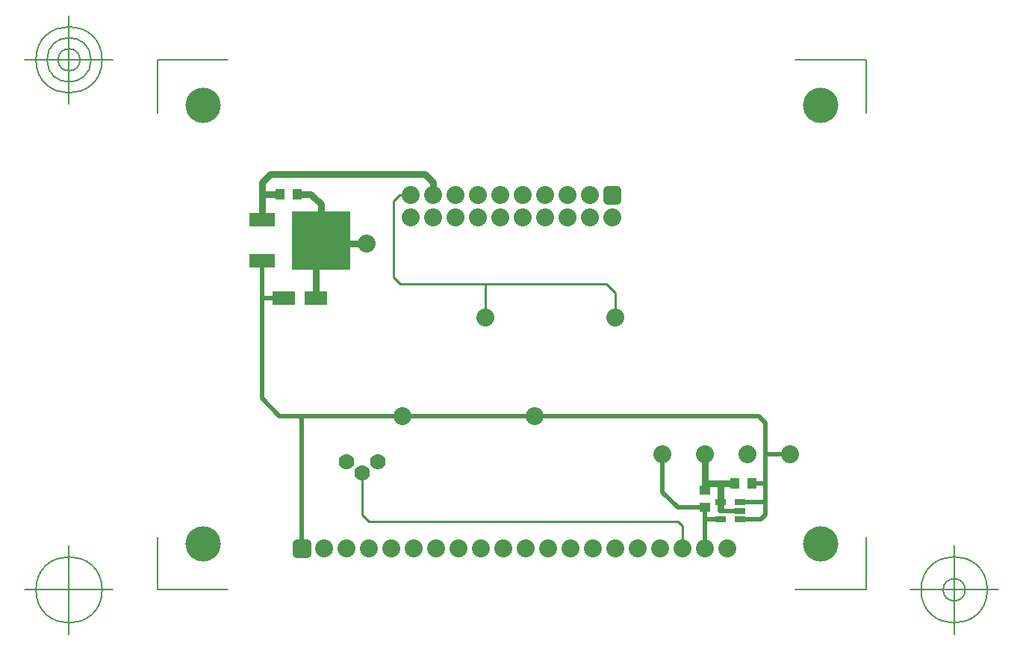
<source format=gbr>
G04 Generated by Ultiboard 13.0 *
%FSLAX25Y25*%
%MOIN*%

%ADD10C,0.00001*%
%ADD11C,0.01000*%
%ADD12C,0.02000*%
%ADD13C,0.03000*%
%ADD14C,0.00500*%
%ADD15C,0.08000*%
%ADD16R,0.05118X0.02559*%
%ADD17C,0.15748*%
%ADD18R,0.04000X0.05000*%
%ADD19R,0.05000X0.04000*%
%ADD20C,0.07000*%
%ADD21R,0.04083X0.04083*%
%ADD22C,0.03917*%
%ADD23R,0.04500X0.04500*%
%ADD24C,0.03500*%
%ADD25R,0.26378X0.26378*%
%ADD26R,0.11811X0.06299*%
%ADD27R,0.10433X0.06496*%


G04 ColorRGB 00FF00 for the following layer *
%LNCopper Top*%
%LPD*%
G54D10*
G54D11*
X194000Y113000D02*
X194000Y124000D01*
X190000Y128000D01*
X136000Y113000D02*
X136000Y128000D01*
X223937Y9843D02*
X223937Y20063D01*
X222000Y22000D01*
X81000Y43441D02*
X81000Y25000D01*
X84000Y22000D01*
X222000Y22000D01*
X102631Y167435D02*
X97435Y167435D01*
X98000Y128000D02*
X190000Y128000D01*
X95000Y165000D02*
X95000Y131000D01*
X97435Y167435D02*
X95000Y165000D01*
X95000Y131000D02*
X98000Y128000D01*
G54D12*
X233937Y9843D02*
X233937Y28037D01*
X233937Y23000D02*
X240929Y23000D01*
X249636Y22955D02*
X258955Y22955D01*
X234000Y28100D02*
X221900Y28100D01*
X261000Y25000D02*
X258955Y22955D01*
X258000Y69000D02*
X261000Y66000D01*
X261000Y25000D01*
X254900Y39000D02*
X261000Y39000D01*
X272000Y52000D02*
X261000Y52000D01*
X221900Y28100D02*
X215000Y35000D01*
X215000Y52000D01*
X249636Y30435D02*
X260880Y30435D01*
X249636Y26695D02*
X240628Y26695D01*
X36268Y138303D02*
X36268Y76732D01*
X44000Y69000D01*
X258000Y69000D01*
X45800Y121500D02*
X36768Y121500D01*
X36268Y122000D01*
X53937Y9843D02*
X53937Y68063D01*
X53000Y69000D01*
G54D13*
X247200Y39000D02*
X234000Y39000D01*
X234000Y35800D02*
X234000Y52000D01*
X240974Y27530D02*
X240974Y38974D01*
X112631Y167435D02*
X112631Y173369D01*
X109000Y177000D01*
X44200Y168000D02*
X36268Y168000D01*
X40000Y177000D02*
X36268Y173268D01*
X109000Y177000D02*
X40000Y177000D01*
X36268Y173268D02*
X36268Y156413D01*
X51900Y168000D02*
X58000Y168000D01*
X62449Y163551D01*
X62449Y147358D01*
X83000Y146000D02*
X63807Y146000D01*
X62449Y147358D01*
X60200Y121500D02*
X60200Y145109D01*
X62449Y147358D01*
G54D14*
X-10557Y-8589D02*
X-10557Y15058D01*
X-10557Y-8589D02*
X21082Y-8589D01*
X305833Y-8589D02*
X274194Y-8589D01*
X305833Y-8589D02*
X305833Y15058D01*
X305833Y227880D02*
X305833Y204233D01*
X305833Y227880D02*
X274194Y227880D01*
X-10557Y227880D02*
X21082Y227880D01*
X-10557Y227880D02*
X-10557Y204233D01*
X-30243Y-8589D02*
X-69613Y-8589D01*
X-49928Y-28274D02*
X-49928Y11096D01*
X-64691Y-8589D02*
G75*
D01*
G02X-64691Y-8589I14763J0*
G01*
X325518Y-8589D02*
X364888Y-8589D01*
X345203Y-28274D02*
X345203Y11096D01*
X330439Y-8589D02*
G75*
D01*
G02X330439Y-8589I14764J0*
G01*
X340282Y-8589D02*
G75*
D01*
G02X340282Y-8589I4921J0*
G01*
X-30243Y227880D02*
X-69613Y227880D01*
X-49928Y208195D02*
X-49928Y247565D01*
X-64691Y227880D02*
G75*
D01*
G02X-64691Y227880I14763J0*
G01*
X-59770Y227880D02*
G75*
D01*
G02X-59770Y227880I9842J0*
G01*
X-54849Y227880D02*
G75*
D01*
G02X-54849Y227880I4921J0*
G01*
G54D15*
X99000Y69000D03*
X158000Y69000D03*
X136000Y113000D03*
X194000Y113000D03*
X215000Y52000D03*
X234000Y52000D03*
X253000Y52000D03*
X272000Y52000D03*
X132631Y157435D03*
X142631Y157435D03*
X152631Y157435D03*
X162631Y157435D03*
X172631Y157435D03*
X182631Y157435D03*
X192631Y157435D03*
X112631Y157435D03*
X162631Y167435D03*
X172631Y167435D03*
X182631Y167435D03*
X142631Y167435D03*
X152631Y167435D03*
X132631Y167435D03*
X112631Y167435D03*
X122631Y167435D03*
X102631Y167435D03*
X122631Y157435D03*
X102631Y157435D03*
X133937Y9843D03*
X143937Y9843D03*
X153937Y9843D03*
X163937Y9843D03*
X173937Y9843D03*
X183937Y9843D03*
X193937Y9843D03*
X203937Y9843D03*
X213937Y9843D03*
X223937Y9843D03*
X233937Y9843D03*
X243937Y9843D03*
X63937Y9843D03*
X123937Y9843D03*
X93937Y9843D03*
X73937Y9843D03*
X83937Y9843D03*
X113937Y9843D03*
X103937Y9843D03*
X83000Y146000D03*
G54D16*
X240974Y22955D03*
X249636Y22955D03*
X240974Y30435D03*
X249636Y26695D03*
X249636Y30435D03*
G54D17*
X9843Y207480D03*
X285433Y207480D03*
X9843Y11811D03*
X285433Y11811D03*
G54D18*
X254900Y39000D03*
X247200Y39000D03*
X44200Y168000D03*
X51900Y168000D03*
G54D19*
X234000Y28100D03*
X234000Y35800D03*
G54D20*
X81000Y43441D03*
X73913Y48559D03*
X88087Y48559D03*
G54D21*
X192631Y167435D03*
G54D22*
X190590Y165394D02*
X194672Y165394D01*
X194672Y169476D01*
X190590Y169476D01*
X190590Y165394D01*D02*
G54D23*
X53937Y9843D03*
G54D24*
X51687Y7593D02*
X56187Y7593D01*
X56187Y12093D01*
X51687Y12093D01*
X51687Y7593D01*D02*
G54D25*
X62449Y147358D03*
G54D26*
X36268Y138303D03*
X36268Y156413D03*
G54D27*
X45800Y121500D03*
X60200Y121500D03*

M02*

</source>
